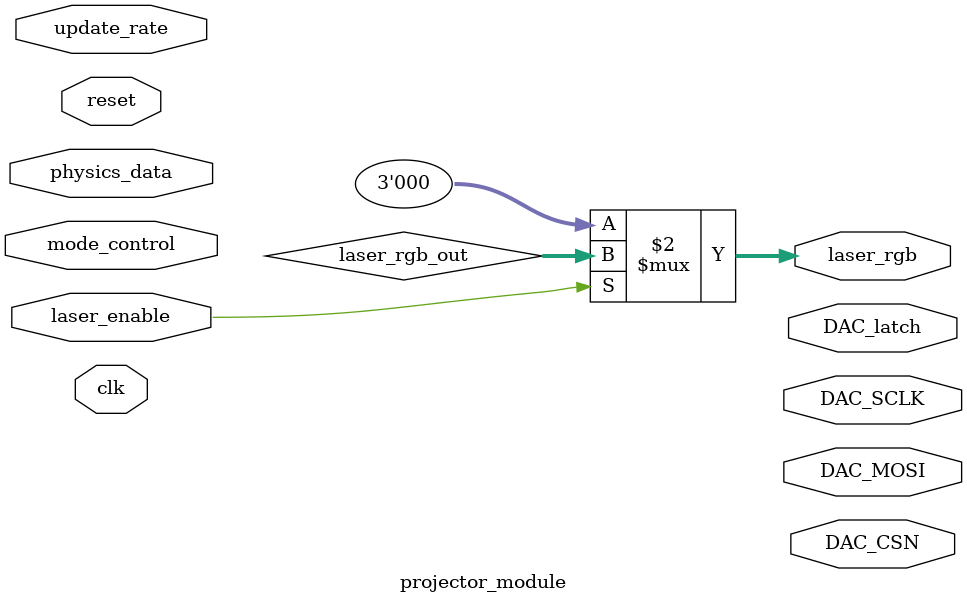
<source format=v>
`timescale 1ns / 1ps
module projector_module(
	input wire clk, //system clock. 54 MHz?
	input wire reset, //one day I may impliment this?
	input wire laser_enable, //enable laser output
	input wire [63:0] physics_data,//data from jakes module
	input wire [1:0] update_rate, //dip switch to change plot rate
	input wire [1:0] mode_control,
	output reg [2:0] laser_rgb,//laser RGB control
	output wire DAC_SCLK, //galvo DAC
	output wire DAC_MOSI,
	output wire DAC_CSN,
	output wire DAC_latch
    );
	
	
	wire next_step; //control for galvo stepping
	wire [31:0] projection_data; //32 bit control word for projector interface
	wire projection_frame_done;
	wire [2:0] laser_rgb_internal; 
	wire [11:0] DAC_y; 
	wire [11:0] DAC_x;
	wire DAC_start;
	wire [2:0] laser_rgb_out;

	
									
	//laser output enable
	always@(*)
	begin
	laser_rgb <= laser_enable ? laser_rgb_out : 3'b0; 
	end
									

endmodule

</source>
